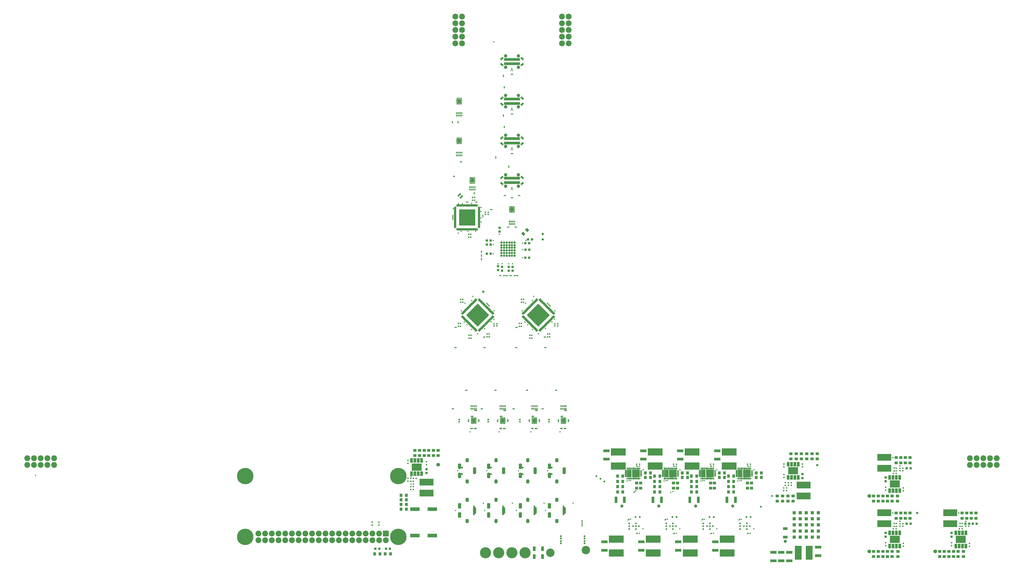
<source format=gbr>
%TF.GenerationSoftware,Altium Limited,Altium Designer,22.5.1 (42)*%
G04 Layer_Color=8388736*
%FSLAX26Y26*%
%MOIN*%
%TF.SameCoordinates,79F18A81-A5BF-4171-AD75-6FA3A7A6B408*%
%TF.FilePolarity,Negative*%
%TF.FileFunction,Soldermask,Top*%
%TF.Part,Single*%
G01*
G75*
%TA.AperFunction,SMDPad,CuDef*%
%ADD13R,0.035433X0.033465*%
%ADD14R,0.023622X0.023622*%
%ADD15R,0.049213X0.039370*%
%ADD16R,0.023622X0.023622*%
%ADD19R,0.039370X0.070866*%
%ADD20R,0.043307X0.094488*%
%ADD21R,0.039370X0.049213*%
%ADD22R,0.220472X0.106299*%
%ADD23R,0.094488X0.043307*%
%ADD29P,0.033407X4X360.0*%
%ADD35R,0.033465X0.035433*%
G04:AMPARAMS|DCode=36|XSize=39.37mil|YSize=49.213mil|CornerRadius=0mil|HoleSize=0mil|Usage=FLASHONLY|Rotation=45.000|XOffset=0mil|YOffset=0mil|HoleType=Round|Shape=Rectangle|*
%AMROTATEDRECTD36*
4,1,4,0.003480,-0.031319,-0.031319,0.003480,-0.003480,0.031319,0.031319,-0.003480,0.003480,-0.031319,0.0*
%
%ADD36ROTATEDRECTD36*%

%ADD39R,0.070866X0.039370*%
%ADD102R,0.015874X0.031622*%
%ADD103R,0.068236X0.115087*%
%ADD104R,0.115087X0.115087*%
%ADD105R,0.031622X0.017843*%
%ADD106R,0.031622X0.015874*%
%ADD107R,0.035165X0.019024*%
%ADD108R,0.019024X0.035165*%
%ADD110R,0.015874X0.026701*%
G04:AMPARAMS|DCode=112|XSize=15.874mil|YSize=19.811mil|CornerRadius=4.984mil|HoleSize=0mil|Usage=FLASHONLY|Rotation=90.000|XOffset=0mil|YOffset=0mil|HoleType=Round|Shape=RoundedRectangle|*
%AMROUNDEDRECTD112*
21,1,0.015874,0.009843,0,0,90.0*
21,1,0.005906,0.019811,0,0,90.0*
1,1,0.009968,0.004921,0.002953*
1,1,0.009968,0.004921,-0.002953*
1,1,0.009968,-0.004921,-0.002953*
1,1,0.009968,-0.004921,0.002953*
%
%ADD112ROUNDEDRECTD112*%
G04:AMPARAMS|DCode=113|XSize=15.874mil|YSize=19.811mil|CornerRadius=4.984mil|HoleSize=0mil|Usage=FLASHONLY|Rotation=0.000|XOffset=0mil|YOffset=0mil|HoleType=Round|Shape=RoundedRectangle|*
%AMROUNDEDRECTD113*
21,1,0.015874,0.009843,0,0,0.0*
21,1,0.005906,0.019811,0,0,0.0*
1,1,0.009968,0.002953,-0.004921*
1,1,0.009968,-0.002953,-0.004921*
1,1,0.009968,-0.002953,0.004921*
1,1,0.009968,0.002953,0.004921*
%
%ADD113ROUNDEDRECTD113*%
G04:AMPARAMS|DCode=114|XSize=47.37mil|YSize=63.118mil|CornerRadius=4.984mil|HoleSize=0mil|Usage=FLASHONLY|Rotation=180.000|XOffset=0mil|YOffset=0mil|HoleType=Round|Shape=RoundedRectangle|*
%AMROUNDEDRECTD114*
21,1,0.047370,0.053150,0,0,180.0*
21,1,0.037402,0.063118,0,0,180.0*
1,1,0.009968,-0.018701,0.026575*
1,1,0.009968,0.018701,0.026575*
1,1,0.009968,0.018701,-0.026575*
1,1,0.009968,-0.018701,-0.026575*
%
%ADD114ROUNDEDRECTD114*%
%TA.AperFunction,Conductor*%
%ADD116R,0.031622X0.018827*%
%ADD117R,0.018827X0.053276*%
%TA.AperFunction,ComponentPad*%
%ADD118C,0.086740*%
%ADD119R,0.086740X0.086740*%
%ADD120C,0.244220*%
%ADD121C,0.051307*%
G04:AMPARAMS|DCode=122|XSize=59.181mil|YSize=47.37mil|CornerRadius=13.842mil|HoleSize=0mil|Usage=FLASHONLY|Rotation=90.000|XOffset=0mil|YOffset=0mil|HoleType=Round|Shape=RoundedRectangle|*
%AMROUNDEDRECTD122*
21,1,0.059181,0.019685,0,0,90.0*
21,1,0.031496,0.047370,0,0,90.0*
1,1,0.027685,0.009843,0.015748*
1,1,0.027685,0.009843,-0.015748*
1,1,0.027685,-0.009843,-0.015748*
1,1,0.027685,-0.009843,0.015748*
%
%ADD122ROUNDEDRECTD122*%
G04:AMPARAMS|DCode=123|XSize=98.551mil|YSize=47.37mil|CornerRadius=13.842mil|HoleSize=0mil|Usage=FLASHONLY|Rotation=90.000|XOffset=0mil|YOffset=0mil|HoleType=Round|Shape=RoundedRectangle|*
%AMROUNDEDRECTD123*
21,1,0.098551,0.019685,0,0,90.0*
21,1,0.070866,0.047370,0,0,90.0*
1,1,0.027685,0.009843,0.035433*
1,1,0.027685,0.009843,-0.035433*
1,1,0.027685,-0.009843,-0.035433*
1,1,0.027685,-0.009843,0.035433*
%
%ADD123ROUNDEDRECTD123*%
G04:AMPARAMS|DCode=124|XSize=82.803mil|YSize=47.37mil|CornerRadius=13.842mil|HoleSize=0mil|Usage=FLASHONLY|Rotation=270.000|XOffset=0mil|YOffset=0mil|HoleType=Round|Shape=RoundedRectangle|*
%AMROUNDEDRECTD124*
21,1,0.082803,0.019685,0,0,270.0*
21,1,0.055118,0.047370,0,0,270.0*
1,1,0.027685,-0.009843,-0.027559*
1,1,0.027685,-0.009843,0.027559*
1,1,0.027685,0.009843,0.027559*
1,1,0.027685,0.009843,-0.027559*
%
%ADD124ROUNDEDRECTD124*%
%TA.AperFunction,ViaPad*%
%ADD125C,0.019811*%
%ADD126C,0.126110*%
%ADD127C,0.035559*%
%ADD128C,0.027685*%
%ADD129C,0.047370*%
%ADD130C,0.165480*%
%ADD131C,0.025716*%
%ADD132C,0.021779*%
%TA.AperFunction,SMDPad,CuDef*%
%ADD140R,0.208787X0.100520*%
%ADD141R,0.039496X0.067055*%
%ADD142R,0.145795X0.110362*%
%ADD143R,0.015748X0.015748*%
%ADD144R,0.141858X0.055244*%
%ADD145R,0.100520X0.208787*%
%TA.AperFunction,BGAPad,CuDef*%
%ADD146R,0.049732X0.049732*%
%TA.AperFunction,SMDPad,CuDef*%
G04:AMPARAMS|DCode=147|XSize=27.685mil|YSize=48.551mil|CornerRadius=0mil|HoleSize=0mil|Usage=FLASHONLY|Rotation=230.000|XOffset=0mil|YOffset=0mil|HoleType=Round|Shape=Rectangle|*
%AMROTATEDRECTD147*
4,1,4,-0.009698,0.026208,0.027494,-0.005000,0.009698,-0.026208,-0.027494,0.005000,-0.009698,0.026208,0.0*
%
%ADD147ROTATEDRECTD147*%

G04:AMPARAMS|DCode=148|XSize=27.685mil|YSize=48.551mil|CornerRadius=0mil|HoleSize=0mil|Usage=FLASHONLY|Rotation=130.000|XOffset=0mil|YOffset=0mil|HoleType=Round|Shape=Rectangle|*
%AMROTATEDRECTD148*
4,1,4,0.027494,0.005000,-0.009698,-0.026208,-0.027494,-0.005000,0.009698,0.026208,0.027494,0.005000,0.0*
%
%ADD148ROTATEDRECTD148*%

%ADD149R,0.019811X0.041465*%
%ADD150R,0.244220X0.244220*%
%ADD151P,0.345380X4X90.0*%
G04:AMPARAMS|DCode=152|XSize=19.024mil|YSize=35.165mil|CornerRadius=0mil|HoleSize=0mil|Usage=FLASHONLY|Rotation=135.000|XOffset=0mil|YOffset=0mil|HoleType=Round|Shape=Rectangle|*
%AMROTATEDRECTD152*
4,1,4,0.019159,0.005707,-0.005707,-0.019159,-0.019159,-0.005707,0.005707,0.019159,0.019159,0.005707,0.0*
%
%ADD152ROTATEDRECTD152*%

G04:AMPARAMS|DCode=153|XSize=19.024mil|YSize=35.165mil|CornerRadius=0mil|HoleSize=0mil|Usage=FLASHONLY|Rotation=225.000|XOffset=0mil|YOffset=0mil|HoleType=Round|Shape=Rectangle|*
%AMROTATEDRECTD153*
4,1,4,-0.005707,0.019159,0.019159,-0.005707,0.005707,-0.019159,-0.019159,0.005707,-0.005707,0.019159,0.0*
%
%ADD153ROTATEDRECTD153*%

%TA.AperFunction,ViaPad*%
%ADD154C,0.055244*%
D13*
X12401575Y4713583D02*
D03*
Y4656496D02*
D03*
X7923228Y7748032D02*
D03*
Y7805118D02*
D03*
X8021654D02*
D03*
Y7748032D02*
D03*
X8080709Y7805118D02*
D03*
Y7748032D02*
D03*
X7884842Y8331693D02*
D03*
Y8388780D02*
D03*
X7864173Y7815945D02*
D03*
Y7758858D02*
D03*
X14625984Y3780512D02*
D03*
Y3837598D02*
D03*
X13641732Y3780512D02*
D03*
Y3837598D02*
D03*
X13641732Y4607283D02*
D03*
Y4664370D02*
D03*
X6795837Y4788386D02*
D03*
Y4731299D02*
D03*
D14*
X12401575Y4820866D02*
D03*
Y4864173D02*
D03*
X12125984Y4706693D02*
D03*
Y4663386D02*
D03*
Y4864173D02*
D03*
Y4820866D02*
D03*
X12145669Y4588583D02*
D03*
Y4545276D02*
D03*
X8241969Y7320197D02*
D03*
Y7276890D02*
D03*
X8211969Y7320197D02*
D03*
Y7276890D02*
D03*
X8604331Y6760827D02*
D03*
Y6804134D02*
D03*
X8180118Y6918307D02*
D03*
Y6961614D02*
D03*
X8634331Y6760827D02*
D03*
Y6804134D02*
D03*
X8210118Y6918307D02*
D03*
Y6961614D02*
D03*
X8335630Y6742126D02*
D03*
Y6785433D02*
D03*
X8365630Y6742126D02*
D03*
Y6785433D02*
D03*
X7336461Y7320212D02*
D03*
Y7276905D02*
D03*
X7306461Y7320212D02*
D03*
Y7276905D02*
D03*
X7698819Y6760827D02*
D03*
Y6804134D02*
D03*
X7274606Y6918307D02*
D03*
Y6961614D02*
D03*
X7728819Y6760827D02*
D03*
Y6804134D02*
D03*
X7304606Y6918307D02*
D03*
Y6961614D02*
D03*
X7430118Y6742126D02*
D03*
Y6785433D02*
D03*
X7460118Y6742126D02*
D03*
Y6785433D02*
D03*
X7514252Y8841535D02*
D03*
Y8798228D02*
D03*
X7484252Y8841535D02*
D03*
Y8798228D02*
D03*
X7426181Y8249016D02*
D03*
Y8292323D02*
D03*
X7456181Y8249016D02*
D03*
Y8292323D02*
D03*
X14625984Y3692913D02*
D03*
Y3649606D02*
D03*
X14783465Y3935039D02*
D03*
Y3978346D02*
D03*
X14891732Y3639764D02*
D03*
Y3683071D02*
D03*
X14753937Y3978346D02*
D03*
Y3935039D02*
D03*
X13641732Y3692913D02*
D03*
Y3649606D02*
D03*
X13799213Y3935039D02*
D03*
Y3978346D02*
D03*
X13907480Y3639764D02*
D03*
Y3683071D02*
D03*
X13769685Y3978346D02*
D03*
Y3935039D02*
D03*
X13641732Y4519685D02*
D03*
Y4476378D02*
D03*
X13799213Y4761811D02*
D03*
Y4805118D02*
D03*
X13907480Y4466535D02*
D03*
Y4509842D02*
D03*
X13769685Y4805118D02*
D03*
Y4761811D02*
D03*
X6795837Y4856299D02*
D03*
Y4899606D02*
D03*
X6599971Y4529527D02*
D03*
Y4486220D02*
D03*
Y4608268D02*
D03*
Y4564961D02*
D03*
X6518278Y4917323D02*
D03*
Y4874016D02*
D03*
X6564538Y4486220D02*
D03*
Y4529527D02*
D03*
X6087598Y3954724D02*
D03*
Y3998032D02*
D03*
X5988000Y3954724D02*
D03*
Y3998032D02*
D03*
D15*
X12027559Y4389764D02*
D03*
Y4311024D02*
D03*
X12106299Y4389764D02*
D03*
Y4311024D02*
D03*
X12185039Y4389764D02*
D03*
Y4311024D02*
D03*
X12263780Y4389764D02*
D03*
Y4311024D02*
D03*
X12230315Y4940945D02*
D03*
Y5019685D02*
D03*
X12309055Y4940945D02*
D03*
Y5019685D02*
D03*
X12387795Y4940945D02*
D03*
Y5019685D02*
D03*
X12466535Y4940945D02*
D03*
Y5019685D02*
D03*
X12545276Y4940945D02*
D03*
Y5019685D02*
D03*
X12624016Y4940945D02*
D03*
Y5019685D02*
D03*
X10480315Y4582677D02*
D03*
Y4503937D02*
D03*
X10539370Y4582677D02*
D03*
Y4503937D02*
D03*
X11031496Y4582677D02*
D03*
Y4503937D02*
D03*
X11090551Y4582677D02*
D03*
Y4503937D02*
D03*
X9929134Y4582677D02*
D03*
Y4503937D02*
D03*
X9988189Y4582677D02*
D03*
Y4503937D02*
D03*
X11582677Y4582677D02*
D03*
Y4503937D02*
D03*
X11641732Y4582677D02*
D03*
Y4503937D02*
D03*
X14852362Y4133858D02*
D03*
Y4055118D02*
D03*
X14921260Y4133858D02*
D03*
Y4055118D02*
D03*
X14990157Y4133858D02*
D03*
Y4055118D02*
D03*
X14783465Y4133858D02*
D03*
Y4055118D02*
D03*
X14724409Y3562992D02*
D03*
Y3484252D02*
D03*
X14803150Y3562992D02*
D03*
Y3484252D02*
D03*
X14655512Y3562992D02*
D03*
Y3484252D02*
D03*
X14586614Y3562992D02*
D03*
Y3484252D02*
D03*
X14517717Y3562992D02*
D03*
Y3484252D02*
D03*
X14448819Y3562992D02*
D03*
Y3484252D02*
D03*
X14005906Y4133858D02*
D03*
Y4055118D02*
D03*
X13937008Y4133858D02*
D03*
Y4055118D02*
D03*
X13868110Y4133858D02*
D03*
Y4055118D02*
D03*
X13799213Y4133858D02*
D03*
Y4055118D02*
D03*
X13740157Y3562992D02*
D03*
Y3484252D02*
D03*
X13825040Y3562992D02*
D03*
Y3484252D02*
D03*
X13671260Y3562992D02*
D03*
Y3484252D02*
D03*
X13602362Y3562992D02*
D03*
Y3484252D02*
D03*
X13533465Y3562992D02*
D03*
Y3484252D02*
D03*
X13464567Y3562992D02*
D03*
Y3484252D02*
D03*
X14005906Y4960630D02*
D03*
Y4881890D02*
D03*
X13937008Y4960630D02*
D03*
Y4881890D02*
D03*
X13868110Y4960630D02*
D03*
Y4881890D02*
D03*
X13799213Y4960630D02*
D03*
Y4881890D02*
D03*
X13740158Y4389764D02*
D03*
Y4311024D02*
D03*
X13818898Y4389764D02*
D03*
Y4311024D02*
D03*
X13671260Y4389764D02*
D03*
Y4311024D02*
D03*
X13602362Y4389764D02*
D03*
Y4311024D02*
D03*
X13533465Y4389764D02*
D03*
Y4311024D02*
D03*
X13464567Y4389764D02*
D03*
Y4311024D02*
D03*
X6761811Y4990158D02*
D03*
Y5068898D02*
D03*
X6830709Y4990158D02*
D03*
Y5068898D02*
D03*
X6899606Y4990158D02*
D03*
Y5068898D02*
D03*
X6624016Y4990158D02*
D03*
Y5068898D02*
D03*
X6692913Y4990158D02*
D03*
Y5068898D02*
D03*
X6968504Y4990158D02*
D03*
Y5068898D02*
D03*
D16*
X12124016Y4507874D02*
D03*
X12167323D02*
D03*
Y4468504D02*
D03*
X12124016D02*
D03*
X12192913Y4586614D02*
D03*
X12236220D02*
D03*
Y4547244D02*
D03*
X12192913D02*
D03*
X10523622Y4862205D02*
D03*
X10480315D02*
D03*
X11074803D02*
D03*
X11031496D02*
D03*
X9972441D02*
D03*
X9929134D02*
D03*
X11625984D02*
D03*
X11582677D02*
D03*
X8751535Y6924016D02*
D03*
X8708228D02*
D03*
X8751535Y6954016D02*
D03*
X8708228D02*
D03*
X7846036Y6924025D02*
D03*
X7802729D02*
D03*
X7846036Y6954025D02*
D03*
X7802729D02*
D03*
X7715551Y8587598D02*
D03*
X7672244D02*
D03*
X7715551Y8617598D02*
D03*
X7672244D02*
D03*
X14840551Y3937008D02*
D03*
X14883858D02*
D03*
X14785433Y3897638D02*
D03*
X14742126D02*
D03*
X13899606Y3976378D02*
D03*
X13856299D02*
D03*
Y3937008D02*
D03*
X13899606D02*
D03*
X13801181Y3897638D02*
D03*
X13757874D02*
D03*
X13899606Y4803150D02*
D03*
X13856299D02*
D03*
Y4763779D02*
D03*
X13899606D02*
D03*
X13801181Y4724409D02*
D03*
X13757874D02*
D03*
X6600955Y4651575D02*
D03*
X6644262D02*
D03*
X6518278D02*
D03*
X6561585D02*
D03*
X6518278Y4608268D02*
D03*
X6561585D02*
D03*
D19*
X8527559Y3484252D02*
D03*
X8401575D02*
D03*
X8527559Y3602362D02*
D03*
X8401575D02*
D03*
D20*
X11401575Y4330709D02*
D03*
X11275591D02*
D03*
X10173228D02*
D03*
X10299213D02*
D03*
X10724409D02*
D03*
X10850394D02*
D03*
X9622047D02*
D03*
X9748031D02*
D03*
D21*
X11299213Y4606299D02*
D03*
X11377953D02*
D03*
X11299213Y4527559D02*
D03*
X11377953D02*
D03*
X11299213Y4448819D02*
D03*
X11377953D02*
D03*
X11299213Y4685039D02*
D03*
X11377953D02*
D03*
X10275591D02*
D03*
X10196850D02*
D03*
X10275591Y4606299D02*
D03*
X10196850D02*
D03*
X10275591Y4527559D02*
D03*
X10196850D02*
D03*
X10275591Y4448819D02*
D03*
X10196850D02*
D03*
X10610236Y4732283D02*
D03*
X10688976D02*
D03*
X10610236Y4665354D02*
D03*
X10688976D02*
D03*
X10826772Y4685039D02*
D03*
X10748031D02*
D03*
X10826772Y4606299D02*
D03*
X10748031D02*
D03*
X10826772Y4527559D02*
D03*
X10748031D02*
D03*
X10826772Y4448819D02*
D03*
X10748031D02*
D03*
X11161417Y4732283D02*
D03*
X11240157D02*
D03*
X11161417Y4665354D02*
D03*
X11240157D02*
D03*
X9724409Y4685039D02*
D03*
X9645669D02*
D03*
X9724409Y4606299D02*
D03*
X9645669D02*
D03*
X9724409Y4527559D02*
D03*
X9645669D02*
D03*
X9724409Y4448819D02*
D03*
X9645669D02*
D03*
X10059055Y4732283D02*
D03*
X10137795D02*
D03*
X10059055Y4665354D02*
D03*
X10137795D02*
D03*
X11712598Y4732283D02*
D03*
X11791339D02*
D03*
X11712598Y4665354D02*
D03*
X11791339D02*
D03*
X6496063Y4399606D02*
D03*
X6417323D02*
D03*
X6496063Y4330709D02*
D03*
X6417323D02*
D03*
X6496063Y4261811D02*
D03*
X6417323D02*
D03*
X6496063Y4192913D02*
D03*
X6417323D02*
D03*
X6102362Y3523622D02*
D03*
X6023622D02*
D03*
X6181102D02*
D03*
X6259842D02*
D03*
D22*
X9625983Y3746063D02*
D03*
Y3537402D02*
D03*
X10177165Y3746063D02*
D03*
Y3537402D02*
D03*
X10728346Y3746063D02*
D03*
Y3537402D02*
D03*
X11279527Y3746063D02*
D03*
Y3537402D02*
D03*
X10206693Y4836614D02*
D03*
Y5045276D02*
D03*
X10757874Y4836614D02*
D03*
Y5045276D02*
D03*
X9655512Y4836614D02*
D03*
Y5045276D02*
D03*
X11309055Y4836614D02*
D03*
Y5045276D02*
D03*
D23*
X9448819Y3578740D02*
D03*
Y3704724D02*
D03*
X10000000Y3578740D02*
D03*
Y3704724D02*
D03*
X10551181Y3578740D02*
D03*
Y3704724D02*
D03*
X11102362Y3578740D02*
D03*
Y3704724D02*
D03*
X10029528Y5062992D02*
D03*
Y4937008D02*
D03*
X10580709Y5062992D02*
D03*
Y4937008D02*
D03*
X9478346Y5062992D02*
D03*
Y4937008D02*
D03*
X11131890Y5062992D02*
D03*
Y4937008D02*
D03*
X12637795Y3500000D02*
D03*
Y3625984D02*
D03*
X12204724Y3421260D02*
D03*
Y3547244D02*
D03*
X12086614Y3421260D02*
D03*
Y3547244D02*
D03*
X11968504Y3421260D02*
D03*
Y3547244D02*
D03*
D29*
X7277311Y8867371D02*
D03*
X7307933Y8836748D02*
D03*
X7297311Y8887371D02*
D03*
X7327933Y8856748D02*
D03*
D35*
X8271654Y8060039D02*
D03*
X8328740D02*
D03*
X8311024Y8214567D02*
D03*
X8368110D02*
D03*
X7753937Y8198819D02*
D03*
X7696850D02*
D03*
X7753937Y8139764D02*
D03*
X7696850D02*
D03*
X7753937Y8001968D02*
D03*
X7696850D02*
D03*
X8270669Y7941929D02*
D03*
X8327756D02*
D03*
X8270669Y8159449D02*
D03*
X8327756D02*
D03*
X14890748Y3976378D02*
D03*
X14833661D02*
D03*
X14999016D02*
D03*
X14941929D02*
D03*
X14014764D02*
D03*
X13957677D02*
D03*
X14014764Y4803150D02*
D03*
X13957677D02*
D03*
X6091535Y3600392D02*
D03*
X6034449D02*
D03*
X6191929Y3602362D02*
D03*
X6249016D02*
D03*
D36*
X8239878Y8298933D02*
D03*
X8295555Y8354611D02*
D03*
D39*
X12145669Y3775591D02*
D03*
Y3901575D02*
D03*
D102*
X9897638Y4799212D02*
D03*
X9976378Y4649606D02*
D03*
X9960630D02*
D03*
X9929134D02*
D03*
X9913386D02*
D03*
X9897638D02*
D03*
X9881890D02*
D03*
X9866142D02*
D03*
X9850394D02*
D03*
X9834646D02*
D03*
X9818898D02*
D03*
X9803149D02*
D03*
X9787401D02*
D03*
Y4799212D02*
D03*
X9803149D02*
D03*
X9818898D02*
D03*
X9834646D02*
D03*
X9850394D02*
D03*
X9866142D02*
D03*
X9881890D02*
D03*
X9913386D02*
D03*
X9929134D02*
D03*
X9944882D02*
D03*
X9960630D02*
D03*
X9976378D02*
D03*
X9944882Y4649606D02*
D03*
X10448819Y4799212D02*
D03*
X10527559Y4649606D02*
D03*
X10511811D02*
D03*
X10480315D02*
D03*
X10464567D02*
D03*
X10448819D02*
D03*
X10433071D02*
D03*
X10417323D02*
D03*
X10401575D02*
D03*
X10385827D02*
D03*
X10370079D02*
D03*
X10354331D02*
D03*
X10338583D02*
D03*
Y4799212D02*
D03*
X10354331D02*
D03*
X10370079D02*
D03*
X10385827D02*
D03*
X10401575D02*
D03*
X10417323D02*
D03*
X10433071D02*
D03*
X10464567D02*
D03*
X10480315D02*
D03*
X10496063D02*
D03*
X10511811D02*
D03*
X10527559D02*
D03*
X10496063Y4649606D02*
D03*
X11000000Y4799212D02*
D03*
X11078740Y4649606D02*
D03*
X11062992D02*
D03*
X11031496D02*
D03*
X11015748D02*
D03*
X11000000D02*
D03*
X10984252D02*
D03*
X10968504D02*
D03*
X10952756D02*
D03*
X10937008D02*
D03*
X10921260D02*
D03*
X10905512D02*
D03*
X10889764D02*
D03*
Y4799212D02*
D03*
X10905512D02*
D03*
X10921260D02*
D03*
X10937008D02*
D03*
X10952756D02*
D03*
X10968504D02*
D03*
X10984252D02*
D03*
X11015748D02*
D03*
X11031496D02*
D03*
X11047244D02*
D03*
X11062992D02*
D03*
X11078740D02*
D03*
X11047244Y4649606D02*
D03*
X11551181Y4799212D02*
D03*
X11629921Y4649606D02*
D03*
X11614173D02*
D03*
X11582677D02*
D03*
X11566929D02*
D03*
X11551181D02*
D03*
X11535433D02*
D03*
X11519685D02*
D03*
X11503937D02*
D03*
X11488189D02*
D03*
X11472441D02*
D03*
X11456693D02*
D03*
X11440945D02*
D03*
Y4799212D02*
D03*
X11456693D02*
D03*
X11472441D02*
D03*
X11488189D02*
D03*
X11503937D02*
D03*
X11519685D02*
D03*
X11535433D02*
D03*
X11566929D02*
D03*
X11582677D02*
D03*
X11598425D02*
D03*
X11614173D02*
D03*
X11629921D02*
D03*
X11598425Y4649606D02*
D03*
D103*
X9820472Y4724409D02*
D03*
X10371654D02*
D03*
X10922835D02*
D03*
X11474016D02*
D03*
D104*
X9919882D02*
D03*
X10471063D02*
D03*
X11022244D02*
D03*
X11573425D02*
D03*
D105*
X9767717Y4680118D02*
D03*
Y4768701D02*
D03*
X10318898Y4680118D02*
D03*
Y4768701D02*
D03*
X10870079Y4680118D02*
D03*
Y4768701D02*
D03*
X11421260Y4680118D02*
D03*
Y4768701D02*
D03*
D106*
X9767717Y4698819D02*
D03*
Y4716535D02*
D03*
Y4732283D02*
D03*
Y4750000D02*
D03*
X9996063Y4763779D02*
D03*
Y4748031D02*
D03*
Y4732283D02*
D03*
Y4716535D02*
D03*
Y4700787D02*
D03*
Y4685039D02*
D03*
X10318898Y4698819D02*
D03*
Y4716535D02*
D03*
Y4732283D02*
D03*
Y4750000D02*
D03*
X10547244Y4763779D02*
D03*
Y4748031D02*
D03*
Y4732283D02*
D03*
Y4716535D02*
D03*
Y4700787D02*
D03*
Y4685039D02*
D03*
X10870079Y4698819D02*
D03*
Y4716535D02*
D03*
Y4732283D02*
D03*
Y4750000D02*
D03*
X11098425Y4763779D02*
D03*
Y4748031D02*
D03*
Y4732283D02*
D03*
Y4716535D02*
D03*
Y4700787D02*
D03*
Y4685039D02*
D03*
X11421260Y4698819D02*
D03*
Y4716535D02*
D03*
Y4732283D02*
D03*
Y4750000D02*
D03*
X11649606Y4763779D02*
D03*
Y4748031D02*
D03*
Y4732283D02*
D03*
Y4716535D02*
D03*
Y4700787D02*
D03*
Y4685039D02*
D03*
D107*
X7579724Y8533465D02*
D03*
Y8513780D02*
D03*
Y8494094D02*
D03*
Y8474409D02*
D03*
Y8454724D02*
D03*
Y8435039D02*
D03*
Y8415354D02*
D03*
Y8395669D02*
D03*
Y8553150D02*
D03*
Y8572835D02*
D03*
Y8592520D02*
D03*
Y8612205D02*
D03*
Y8631890D02*
D03*
Y8651575D02*
D03*
Y8671260D02*
D03*
Y8690945D02*
D03*
X7223425Y8553150D02*
D03*
Y8572835D02*
D03*
Y8592520D02*
D03*
Y8612205D02*
D03*
Y8631890D02*
D03*
Y8651575D02*
D03*
Y8671260D02*
D03*
Y8690945D02*
D03*
Y8533465D02*
D03*
Y8513780D02*
D03*
Y8494094D02*
D03*
Y8474409D02*
D03*
Y8454724D02*
D03*
Y8435039D02*
D03*
Y8415354D02*
D03*
Y8395669D02*
D03*
D108*
X7411417Y8721457D02*
D03*
X7431102D02*
D03*
X7450787D02*
D03*
X7470472D02*
D03*
X7490158D02*
D03*
X7509842D02*
D03*
X7529528D02*
D03*
X7549213D02*
D03*
X7391732D02*
D03*
X7372047D02*
D03*
X7352362D02*
D03*
X7332677D02*
D03*
X7312992D02*
D03*
X7293307D02*
D03*
X7273622D02*
D03*
X7253937D02*
D03*
X7391732Y8365157D02*
D03*
X7372047D02*
D03*
X7352362D02*
D03*
X7332677D02*
D03*
X7312992D02*
D03*
X7293307D02*
D03*
X7273622D02*
D03*
X7253937D02*
D03*
X7411417D02*
D03*
X7431102D02*
D03*
X7450787D02*
D03*
X7470472D02*
D03*
X7490158D02*
D03*
X7509842D02*
D03*
X7529528D02*
D03*
X7549213D02*
D03*
D110*
X7322835Y10097441D02*
D03*
X7303150D02*
D03*
X7283465D02*
D03*
X7263780D02*
D03*
X7244095D02*
D03*
Y10060039D02*
D03*
X7263779D02*
D03*
X7283465D02*
D03*
X7303150D02*
D03*
X7322835D02*
D03*
Y9506890D02*
D03*
X7303150D02*
D03*
X7283465D02*
D03*
X7263780D02*
D03*
X7244095D02*
D03*
Y9469488D02*
D03*
X7263779D02*
D03*
X7283465D02*
D03*
X7303150D02*
D03*
X7322835D02*
D03*
X7519685Y8995079D02*
D03*
X7500000D02*
D03*
X7480315D02*
D03*
X7460630D02*
D03*
X7440945D02*
D03*
Y8957677D02*
D03*
X7460630D02*
D03*
X7480315D02*
D03*
X7500000D02*
D03*
X7519685D02*
D03*
X8110236Y8483268D02*
D03*
X8090551D02*
D03*
X8070866D02*
D03*
X8051181D02*
D03*
X8031496D02*
D03*
Y8445866D02*
D03*
X8051181D02*
D03*
X8070866D02*
D03*
X8090551D02*
D03*
X8110236D02*
D03*
X8799213Y5689961D02*
D03*
X8818898D02*
D03*
X8838583D02*
D03*
X8858268D02*
D03*
X8877953D02*
D03*
Y5727362D02*
D03*
X8858268D02*
D03*
X8838583D02*
D03*
X8818898D02*
D03*
X8799213D02*
D03*
X7893701Y5689961D02*
D03*
X7913386D02*
D03*
X7933071D02*
D03*
X7952756D02*
D03*
X7972441D02*
D03*
Y5727362D02*
D03*
X7952756D02*
D03*
X7933071D02*
D03*
X7913386D02*
D03*
X7893701D02*
D03*
X8366142Y5689961D02*
D03*
X8385827D02*
D03*
X8405512D02*
D03*
X8425197D02*
D03*
X8444882D02*
D03*
Y5727362D02*
D03*
X8425197D02*
D03*
X8405512D02*
D03*
X8385827D02*
D03*
X8366142D02*
D03*
X7460630Y5689961D02*
D03*
X7480315D02*
D03*
X7500000D02*
D03*
X7519685D02*
D03*
X7539370D02*
D03*
Y5727362D02*
D03*
X7519685D02*
D03*
X7500000D02*
D03*
X7480315D02*
D03*
X7460630D02*
D03*
D112*
X8037401Y8637795D02*
D03*
Y8653543D02*
D03*
Y8669291D02*
D03*
Y8685039D02*
D03*
X8104331D02*
D03*
Y8669291D02*
D03*
Y8653543D02*
D03*
Y8637795D02*
D03*
X7250000Y10251969D02*
D03*
Y10267717D02*
D03*
Y10283465D02*
D03*
Y10299213D02*
D03*
X7316929D02*
D03*
Y10283465D02*
D03*
Y10267717D02*
D03*
Y10251969D02*
D03*
X7250000Y9661417D02*
D03*
Y9677165D02*
D03*
Y9692913D02*
D03*
Y9708661D02*
D03*
X7316929D02*
D03*
Y9692913D02*
D03*
Y9677165D02*
D03*
Y9661417D02*
D03*
X7446850Y9070866D02*
D03*
Y9086614D02*
D03*
Y9102362D02*
D03*
Y9118110D02*
D03*
X7513780D02*
D03*
Y9102362D02*
D03*
Y9086614D02*
D03*
Y9070866D02*
D03*
X8805118Y5535433D02*
D03*
Y5519685D02*
D03*
Y5503937D02*
D03*
Y5488189D02*
D03*
X8872047D02*
D03*
Y5503937D02*
D03*
Y5519685D02*
D03*
Y5535433D02*
D03*
X8372047D02*
D03*
Y5519685D02*
D03*
Y5503937D02*
D03*
Y5488189D02*
D03*
X8438976D02*
D03*
Y5503937D02*
D03*
Y5519685D02*
D03*
Y5535433D02*
D03*
X7899606D02*
D03*
Y5519685D02*
D03*
Y5503937D02*
D03*
Y5488189D02*
D03*
X7966535D02*
D03*
Y5503937D02*
D03*
Y5519685D02*
D03*
Y5535433D02*
D03*
X7533465D02*
D03*
Y5519685D02*
D03*
Y5503937D02*
D03*
Y5488189D02*
D03*
X7466535D02*
D03*
Y5503937D02*
D03*
Y5519685D02*
D03*
Y5535433D02*
D03*
D113*
X8102362Y8620079D02*
D03*
X8086614D02*
D03*
X8070866D02*
D03*
X8055118D02*
D03*
X8039370D02*
D03*
Y8702756D02*
D03*
X8055118D02*
D03*
X8070866D02*
D03*
X8086614D02*
D03*
X8102362D02*
D03*
X7314961Y10234252D02*
D03*
X7299213D02*
D03*
X7283465D02*
D03*
X7267717D02*
D03*
X7251968D02*
D03*
Y10316929D02*
D03*
X7267717D02*
D03*
X7283465D02*
D03*
X7299213D02*
D03*
X7314961D02*
D03*
Y9643701D02*
D03*
X7299213D02*
D03*
X7283465D02*
D03*
X7267717D02*
D03*
X7251968D02*
D03*
Y9726378D02*
D03*
X7267717D02*
D03*
X7283465D02*
D03*
X7299213D02*
D03*
X7314961D02*
D03*
X7511811Y9053150D02*
D03*
X7496063D02*
D03*
X7480315D02*
D03*
X7464567D02*
D03*
X7448819D02*
D03*
Y9135827D02*
D03*
X7464567D02*
D03*
X7480315D02*
D03*
X7496063D02*
D03*
X7511811D02*
D03*
X8807087Y5470472D02*
D03*
X8822835D02*
D03*
X8838583D02*
D03*
X8854331D02*
D03*
X8870079D02*
D03*
Y5553150D02*
D03*
X8854331D02*
D03*
X8838583D02*
D03*
X8822835D02*
D03*
X8807087D02*
D03*
X8374016Y5470472D02*
D03*
X8389764D02*
D03*
X8405512D02*
D03*
X8421260D02*
D03*
X8437008D02*
D03*
Y5553150D02*
D03*
X8421260D02*
D03*
X8405512D02*
D03*
X8389764D02*
D03*
X8374016D02*
D03*
X7901575Y5470472D02*
D03*
X7917323D02*
D03*
X7933071D02*
D03*
X7948819D02*
D03*
X7964567D02*
D03*
Y5553150D02*
D03*
X7948819D02*
D03*
X7933071D02*
D03*
X7917323D02*
D03*
X7901575D02*
D03*
X7468504D02*
D03*
X7484252D02*
D03*
X7500000D02*
D03*
X7515748D02*
D03*
X7531496D02*
D03*
Y5470472D02*
D03*
X7515748D02*
D03*
X7500000D02*
D03*
X7484252D02*
D03*
X7468504D02*
D03*
D114*
X8070866Y8661417D02*
D03*
X7283465Y10275591D02*
D03*
Y9685039D02*
D03*
X7480315Y9094488D02*
D03*
X8838583Y5511811D02*
D03*
X8405512D02*
D03*
X7933071D02*
D03*
X7500000D02*
D03*
D116*
X9889773Y4656004D02*
D03*
X9921260Y4655995D02*
D03*
X10440952Y4656004D02*
D03*
X10472441Y4655997D02*
D03*
X10992134Y4656004D02*
D03*
X11023622Y4655996D02*
D03*
X11543308Y4656004D02*
D03*
X11574803Y4656003D02*
D03*
D117*
X9774113Y4750984D02*
D03*
Y4697834D02*
D03*
X10325292Y4750984D02*
D03*
Y4697835D02*
D03*
X10876473Y4750984D02*
D03*
Y4697835D02*
D03*
X11427651Y4750984D02*
D03*
Y4697834D02*
D03*
D118*
X5288543Y3830000D02*
D03*
X5188543D02*
D03*
X5088543D02*
D03*
X943307Y4851575D02*
D03*
X1143307D02*
D03*
X1043307D02*
D03*
X843307Y4951575D02*
D03*
X943307D02*
D03*
X1043307D02*
D03*
X1143307D02*
D03*
X1243307D02*
D03*
Y4851575D02*
D03*
X843307D02*
D03*
X7225591Y11538583D02*
D03*
Y11438583D02*
D03*
Y11338583D02*
D03*
Y11238583D02*
D03*
Y11138583D02*
D03*
X7325591D02*
D03*
Y11238583D02*
D03*
Y11338583D02*
D03*
Y11438583D02*
D03*
Y11538583D02*
D03*
X14898425Y4951575D02*
D03*
X14998425D02*
D03*
X15098425D02*
D03*
X15198425D02*
D03*
X15298425D02*
D03*
Y4851575D02*
D03*
X15198425D02*
D03*
X15098425D02*
D03*
X14998425D02*
D03*
X14898425D02*
D03*
X8916142Y11138583D02*
D03*
Y11238583D02*
D03*
Y11338583D02*
D03*
Y11438583D02*
D03*
Y11538583D02*
D03*
X8816142D02*
D03*
Y11438583D02*
D03*
Y11338583D02*
D03*
Y11238583D02*
D03*
Y11138583D02*
D03*
X6188543Y3730000D02*
D03*
X6088543Y3830000D02*
D03*
Y3730000D02*
D03*
X5988543Y3830000D02*
D03*
Y3730000D02*
D03*
X5888543Y3830000D02*
D03*
Y3730000D02*
D03*
X5788543Y3830000D02*
D03*
Y3730000D02*
D03*
X5688543Y3830000D02*
D03*
Y3730000D02*
D03*
X5588543Y3830000D02*
D03*
Y3730000D02*
D03*
X5488543Y3830000D02*
D03*
Y3730000D02*
D03*
X5388543Y3830000D02*
D03*
Y3730000D02*
D03*
X5288543D02*
D03*
X5188543D02*
D03*
X5088543D02*
D03*
X4988543Y3830000D02*
D03*
Y3730000D02*
D03*
X4888543Y3830000D02*
D03*
Y3730000D02*
D03*
X4788543Y3830000D02*
D03*
Y3730000D02*
D03*
X4688543Y3830000D02*
D03*
Y3730000D02*
D03*
X4588543Y3830000D02*
D03*
Y3730000D02*
D03*
X4488543Y3830000D02*
D03*
Y3730000D02*
D03*
X4388543Y3830000D02*
D03*
Y3730000D02*
D03*
X4288543Y3830000D02*
D03*
Y3730000D02*
D03*
D119*
X6188543Y3830000D02*
D03*
D120*
X6377953Y3779528D02*
D03*
X6377953Y4685039D02*
D03*
X4094488D02*
D03*
Y3779528D02*
D03*
D121*
X8165354Y10781496D02*
D03*
X7976378D02*
D03*
Y10950787D02*
D03*
X8165354D02*
D03*
Y10190945D02*
D03*
X7976378D02*
D03*
Y10360236D02*
D03*
X8165354D02*
D03*
Y9600394D02*
D03*
X7976378D02*
D03*
Y9769685D02*
D03*
X8165354D02*
D03*
Y9009843D02*
D03*
X7976378D02*
D03*
Y9179134D02*
D03*
X8165354D02*
D03*
D122*
X7401575Y4605905D02*
D03*
Y4921653D02*
D03*
X8307087Y4015354D02*
D03*
Y4331102D02*
D03*
X8740157Y4605905D02*
D03*
Y4921653D02*
D03*
X8307087Y4605905D02*
D03*
Y4921653D02*
D03*
X8740157Y4015354D02*
D03*
Y4331102D02*
D03*
X7834646Y4015354D02*
D03*
Y4331102D02*
D03*
Y4605905D02*
D03*
Y4921653D02*
D03*
X7401575Y4015354D02*
D03*
Y4331102D02*
D03*
D123*
X7511811Y4763779D02*
D03*
X8417323Y4173228D02*
D03*
X8850394Y4763779D02*
D03*
X8417323D02*
D03*
X8850394Y4173228D02*
D03*
X7944882D02*
D03*
Y4763779D02*
D03*
X7511811Y4173228D02*
D03*
D124*
X7291339Y4694882D02*
D03*
Y4832677D02*
D03*
X8196850Y4104331D02*
D03*
Y4242126D02*
D03*
X8629921Y4694882D02*
D03*
Y4832677D02*
D03*
X8196850Y4694882D02*
D03*
Y4832677D02*
D03*
X8629921Y4104331D02*
D03*
Y4242126D02*
D03*
X7724409Y4104331D02*
D03*
Y4242126D02*
D03*
Y4694882D02*
D03*
Y4832677D02*
D03*
X7291339Y4104331D02*
D03*
Y4242126D02*
D03*
D125*
X7615158Y7928147D02*
D03*
Y7912399D02*
D03*
X9115157Y3942913D02*
D03*
Y4021653D02*
D03*
X11641732Y4503937D02*
D03*
X11582677D02*
D03*
X9115157Y4001968D02*
D03*
Y3982284D02*
D03*
Y3962598D02*
D03*
X11582677Y3827756D02*
D03*
X11031496D02*
D03*
X10480315D02*
D03*
X9929134D02*
D03*
X11582677Y4833661D02*
D03*
X11031496D02*
D03*
X10480315D02*
D03*
X9929134D02*
D03*
X11440945Y4612205D02*
D03*
X10889764D02*
D03*
X10338583D02*
D03*
X9787402D02*
D03*
X9803149Y4030512D02*
D03*
X10354331D02*
D03*
X10905512D02*
D03*
X11456693D02*
D03*
X10436024Y4441929D02*
D03*
X10468504Y4454646D02*
D03*
X9889764Y4442303D02*
D03*
X9904528Y4454646D02*
D03*
X9919291Y4466988D02*
D03*
X11676181Y3897106D02*
D03*
X11125000D02*
D03*
X10573819D02*
D03*
X10022638D02*
D03*
X8785433Y5346457D02*
D03*
X8352362D02*
D03*
X7446851D02*
D03*
X7879921D02*
D03*
X11679134Y4779528D02*
D03*
X11127953D02*
D03*
X10576772D02*
D03*
X10025591D02*
D03*
X7230315Y4173228D02*
D03*
X7643701Y4281496D02*
D03*
X8076772D02*
D03*
X8549213D02*
D03*
X8982283D02*
D03*
X11468504Y4618110D02*
D03*
X11492126D02*
D03*
X10917323D02*
D03*
X10940945D02*
D03*
X10366142D02*
D03*
X10389764D02*
D03*
X9838583D02*
D03*
X9814960D02*
D03*
X9944882Y4830709D02*
D03*
X9972441D02*
D03*
X10496063D02*
D03*
X10523622D02*
D03*
X11598425D02*
D03*
X11625984D02*
D03*
X11074803D02*
D03*
X11047244D02*
D03*
X10389764Y4043307D02*
D03*
X10366142D02*
D03*
X10496063Y3830709D02*
D03*
X10523622D02*
D03*
X9972441D02*
D03*
X9944882D02*
D03*
X11625984D02*
D03*
X11598425D02*
D03*
X11047244D02*
D03*
X11074803D02*
D03*
X9814960Y4043307D02*
D03*
X9838583D02*
D03*
X10917323D02*
D03*
X10940945D02*
D03*
X11492126D02*
D03*
X11468504D02*
D03*
X8078740Y8836614D02*
D03*
X8062992D02*
D03*
X8080709Y9061811D02*
D03*
X8061024D02*
D03*
X8080709Y9127165D02*
D03*
X8061024D02*
D03*
X8023622Y8398622D02*
D03*
D03*
X8007874D02*
D03*
D03*
X8133858D02*
D03*
D03*
X8118110D02*
D03*
D03*
X7635827Y8555118D02*
D03*
Y8570866D02*
D03*
X7510827Y8911417D02*
D03*
Y8895669D02*
D03*
X7266732Y9969488D02*
D03*
Y9953740D02*
D03*
X7184055Y9969488D02*
D03*
Y9953740D02*
D03*
X8186023Y8868110D02*
D03*
X8170275D02*
D03*
X8001968Y9127165D02*
D03*
X7982283D02*
D03*
X8159449D02*
D03*
X8139764D02*
D03*
X7971457Y8868110D02*
D03*
X7955709D02*
D03*
X8022638Y9307087D02*
D03*
Y9291339D02*
D03*
X7829724Y9445374D02*
D03*
Y9429626D02*
D03*
X8139764Y9717717D02*
D03*
X8159449D02*
D03*
X7982283D02*
D03*
X8001968D02*
D03*
X8139764Y10898819D02*
D03*
X8159449D02*
D03*
X7957677Y10473917D02*
D03*
Y10489665D02*
D03*
X7942913Y10644685D02*
D03*
Y10660433D02*
D03*
X7982283Y10898819D02*
D03*
X8001968D02*
D03*
Y10308268D02*
D03*
X7982283D02*
D03*
X7942913Y10069882D02*
D03*
Y10054134D02*
D03*
X7957677Y9899114D02*
D03*
Y9883366D02*
D03*
X8159449Y10308268D02*
D03*
X8139764D02*
D03*
X7317421Y9370079D02*
D03*
X7301673D02*
D03*
X7214075Y9153543D02*
D03*
X7198327D02*
D03*
X8070866Y8976378D02*
D03*
Y9566929D02*
D03*
X8062992Y9496063D02*
D03*
X8078740D02*
D03*
X8070866Y10157480D02*
D03*
X8062992Y10086614D02*
D03*
X8078740D02*
D03*
Y10677165D02*
D03*
X8062992D02*
D03*
X8070866Y10748031D02*
D03*
X7801181Y11160433D02*
D03*
X965551Y4695866D02*
D03*
X8061024Y9717717D02*
D03*
X8080709D02*
D03*
X8061024Y9652362D02*
D03*
X8080709D02*
D03*
X8061024Y10308268D02*
D03*
X8080709D02*
D03*
X8061024Y10242913D02*
D03*
X8080709D02*
D03*
X7531496Y8771654D02*
D03*
X7547244D02*
D03*
X7409449Y8770669D02*
D03*
X7393701D02*
D03*
X8080709Y10833465D02*
D03*
X8061024D02*
D03*
X8080709Y10898819D02*
D03*
X8061024D02*
D03*
X7770177Y8658465D02*
D03*
X7754429D02*
D03*
X7189961Y8513779D02*
D03*
Y8533465D02*
D03*
Y8553149D02*
D03*
Y8572835D02*
D03*
X8640184Y7220053D02*
D03*
X8626264Y7233972D02*
D03*
X8612345Y7247891D02*
D03*
X8598425Y7261811D02*
D03*
X7734672Y7220053D02*
D03*
X7720752Y7233972D02*
D03*
X7706833Y7247891D02*
D03*
X7692913Y7261811D02*
D03*
X7470472Y8750984D02*
D03*
X7268701Y8307087D02*
D03*
X7332677Y8750000D02*
D03*
X7273622D02*
D03*
X7194882Y8671260D02*
D03*
X7312992Y8336614D02*
D03*
X7411417D02*
D03*
X7529528D02*
D03*
X7608268Y8474409D02*
D03*
Y8533465D02*
D03*
Y8631890D02*
D03*
Y8690945D02*
D03*
X8279557Y8201570D02*
D03*
X8231297Y8061026D02*
D03*
X7792320Y8198817D02*
D03*
Y8139761D02*
D03*
Y8001966D02*
D03*
X7923228Y7851378D02*
D03*
X8021654D02*
D03*
X8080709D02*
D03*
X8231297Y7942916D02*
D03*
Y8159451D02*
D03*
X7883853Y8290354D02*
D03*
X7864173Y7851378D02*
D03*
X8569882Y6756890D02*
D03*
X8263920Y6983128D02*
D03*
X8305678Y6941370D02*
D03*
X8375275Y6871773D02*
D03*
X8568053Y6885967D02*
D03*
X8665489Y6983403D02*
D03*
X8707248Y7025161D02*
D03*
X8392717Y7365158D02*
D03*
X8273622Y7262795D02*
D03*
X8708662Y7149606D02*
D03*
X8464567Y6808226D02*
D03*
X8375000Y7301181D02*
D03*
X8221887Y7148068D02*
D03*
X7368110Y7263779D02*
D03*
X7487205Y7365158D02*
D03*
X7801736Y7025161D02*
D03*
X7759977Y6983403D02*
D03*
X7662541Y6885967D02*
D03*
X7469763Y6871773D02*
D03*
X7400166Y6941370D02*
D03*
X7358408Y6983128D02*
D03*
X8221886Y7148067D02*
D03*
X7316374D02*
D03*
X8375000Y7301181D02*
D03*
X7469488D02*
D03*
X8708661Y7149606D02*
D03*
X8464567Y6808226D02*
D03*
X7559055D02*
D03*
X7803150Y7149606D02*
D03*
X6565945Y4677165D02*
D03*
Y4564961D02*
D03*
X7615155Y7964567D02*
D03*
Y7980315D02*
D03*
Y8023622D02*
D03*
Y8039370D02*
D03*
X7885824Y7674213D02*
D03*
X7901572D02*
D03*
X7944880D02*
D03*
X7960627D02*
D03*
X7984250D02*
D03*
X7999998D02*
D03*
X8141730D02*
D03*
X8157478D02*
D03*
X8102360D02*
D03*
X8118108D02*
D03*
X8059053D02*
D03*
X8043305D02*
D03*
X7224410Y6901575D02*
D03*
X7240158D02*
D03*
X7220472Y6603347D02*
D03*
X7236221D02*
D03*
X7669291D02*
D03*
X7653543D02*
D03*
X7648622Y6756890D02*
D03*
X7664370D02*
D03*
X8554134D02*
D03*
X8559055Y6603347D02*
D03*
X8574803D02*
D03*
X8141732D02*
D03*
X8125984D02*
D03*
X8145669Y6901575D02*
D03*
X8129921D02*
D03*
X7181595Y5688976D02*
D03*
X7197343D02*
D03*
X7614666D02*
D03*
X7630413D02*
D03*
X8087106D02*
D03*
X8102854D02*
D03*
X7398622Y5965551D02*
D03*
X7382874D02*
D03*
X7831693D02*
D03*
X7815945D02*
D03*
X8288386D02*
D03*
X8304134D02*
D03*
X8535925Y5688976D02*
D03*
X8520177D02*
D03*
X8737205Y5965551D02*
D03*
X8721457D02*
D03*
X8602362Y4763779D02*
D03*
X8169291D02*
D03*
X7696850D02*
D03*
X8568898Y4173228D02*
D03*
X8135827D02*
D03*
X7663386D02*
D03*
X7263779Y4763779D02*
D03*
D126*
X8641732Y3543307D02*
D03*
X9173228Y3582677D02*
D03*
D127*
X12624016Y4848425D02*
D03*
X8527559Y3484252D02*
D03*
X8401575D02*
D03*
X8527559Y3602362D02*
D03*
X8401575D02*
D03*
X11131891Y4937008D02*
D03*
X9478347D02*
D03*
X10029528D02*
D03*
X10580709D02*
D03*
X9448819Y3704724D02*
D03*
X10000000D02*
D03*
X10551181D02*
D03*
X11102362D02*
D03*
X7642717Y7435039D02*
D03*
X8530512Y8214567D02*
D03*
Y8295276D02*
D03*
X14114173Y4133858D02*
D03*
X8031494Y8090551D02*
D03*
Y8129921D02*
D03*
Y8169291D02*
D03*
X7992124Y8090551D02*
D03*
Y8129921D02*
D03*
Y8169291D02*
D03*
X7952753Y8090551D02*
D03*
Y8129921D02*
D03*
Y8169291D02*
D03*
X7913383Y8090551D02*
D03*
Y8129921D02*
D03*
Y8169291D02*
D03*
X8070864Y8090551D02*
D03*
Y8129921D02*
D03*
Y8169291D02*
D03*
X8110234D02*
D03*
Y8129921D02*
D03*
Y8090551D02*
D03*
X7992124Y8051181D02*
D03*
Y8011811D02*
D03*
Y7972441D02*
D03*
X8031494Y8051181D02*
D03*
Y8011811D02*
D03*
Y7972441D02*
D03*
X8070864Y8051181D02*
D03*
Y8011811D02*
D03*
Y7972441D02*
D03*
X8110234Y8051181D02*
D03*
Y8011811D02*
D03*
Y7972441D02*
D03*
X7952753Y8051181D02*
D03*
Y8011811D02*
D03*
Y7972441D02*
D03*
X7913383D02*
D03*
Y8011811D02*
D03*
Y8051181D02*
D03*
X7421260Y8641732D02*
D03*
X7460630D02*
D03*
X7500000D02*
D03*
Y8602362D02*
D03*
X7460630D02*
D03*
X7421260D02*
D03*
X7500000Y8444882D02*
D03*
X7460630D02*
D03*
X7421260D02*
D03*
X7500000Y8484252D02*
D03*
X7460630D02*
D03*
X7421260D02*
D03*
X7500000Y8523622D02*
D03*
X7460630D02*
D03*
X7421260D02*
D03*
X7500000Y8562992D02*
D03*
X7460630D02*
D03*
X7421260D02*
D03*
X7381890Y8444882D02*
D03*
X7342520D02*
D03*
X7303150D02*
D03*
Y8484252D02*
D03*
X7342520D02*
D03*
X7381890D02*
D03*
X7303150Y8641732D02*
D03*
X7342520D02*
D03*
X7381890D02*
D03*
X7303150Y8602362D02*
D03*
X7342520D02*
D03*
X7381890D02*
D03*
X7303150Y8562992D02*
D03*
X7342520D02*
D03*
X7381890D02*
D03*
X7303150Y8523622D02*
D03*
X7342520D02*
D03*
X7381890D02*
D03*
X8520245Y7003098D02*
D03*
X8492406Y6975259D02*
D03*
X8464567Y6947420D02*
D03*
X8436728Y6975259D02*
D03*
X8464567Y7003098D02*
D03*
X8492406Y7030936D02*
D03*
X8325373Y7086614D02*
D03*
X8353211Y7114453D02*
D03*
X8381050Y7142292D02*
D03*
X8353211Y7058775D02*
D03*
X8381050Y7086614D02*
D03*
X8408889Y7114453D02*
D03*
X8381050Y7030936D02*
D03*
X8408889Y7058775D02*
D03*
X8436728Y7086614D02*
D03*
X8408889Y7003098D02*
D03*
X8436728Y7030936D02*
D03*
X8464567Y7058775D02*
D03*
X8408889Y7170131D02*
D03*
X8436728Y7197970D02*
D03*
X8464567Y7225809D02*
D03*
X8492406Y7197970D02*
D03*
X8464567Y7170131D02*
D03*
X8436728Y7142292D02*
D03*
X8603761Y7086614D02*
D03*
X8575922Y7058775D02*
D03*
X8548083Y7030936D02*
D03*
X8575922Y7114453D02*
D03*
X8548083Y7086614D02*
D03*
X8520245Y7058775D02*
D03*
X8548083Y7142292D02*
D03*
X8520245Y7114453D02*
D03*
X8492406Y7086614D02*
D03*
X8520245Y7170131D02*
D03*
X8492406Y7142292D02*
D03*
X8464567Y7114453D02*
D03*
X7614733Y7003098D02*
D03*
X7586894Y6975259D02*
D03*
X7559055Y6947420D02*
D03*
X7531216Y6975259D02*
D03*
X7559055Y7003098D02*
D03*
X7586894Y7030936D02*
D03*
X7419861Y7086614D02*
D03*
X7447700Y7114453D02*
D03*
X7475539Y7142292D02*
D03*
X7447700Y7058775D02*
D03*
X7475539Y7086614D02*
D03*
X7503377Y7114453D02*
D03*
X7475539Y7030936D02*
D03*
X7503377Y7058775D02*
D03*
X7531216Y7086614D02*
D03*
X7503377Y7003098D02*
D03*
X7531216Y7030936D02*
D03*
X7559055Y7058775D02*
D03*
X7503377Y7170131D02*
D03*
X7531216Y7197970D02*
D03*
X7559055Y7225809D02*
D03*
X7586894Y7197970D02*
D03*
X7559055Y7170131D02*
D03*
X7531216Y7142292D02*
D03*
X7698249Y7086614D02*
D03*
X7670410Y7058775D02*
D03*
X7642572Y7030936D02*
D03*
X7670410Y7114453D02*
D03*
X7642572Y7086614D02*
D03*
X7614733Y7058775D02*
D03*
X7642572Y7142292D02*
D03*
X7614733Y7114453D02*
D03*
X7586894Y7086614D02*
D03*
X7614733Y7170131D02*
D03*
X7586894Y7142292D02*
D03*
X7559055Y7114453D02*
D03*
D128*
X11948819Y4389764D02*
D03*
X11299213Y4606299D02*
D03*
Y4685039D02*
D03*
X10748031Y4606299D02*
D03*
Y4685039D02*
D03*
X10196850Y4606299D02*
D03*
Y4685039D02*
D03*
X9645669D02*
D03*
Y4606299D02*
D03*
X9448819D02*
D03*
X9389764Y4645669D02*
D03*
X9330709Y4685039D02*
D03*
X9929134Y4582677D02*
D03*
X9988189D02*
D03*
X11582677D02*
D03*
X11641732D02*
D03*
X11031496D02*
D03*
X11090551D02*
D03*
X10539370D02*
D03*
X10480315D02*
D03*
X11783465Y4228346D02*
D03*
X9913386Y4074803D02*
D03*
X9976378Y4074803D02*
D03*
X10464567Y4074803D02*
D03*
X10527559Y4074803D02*
D03*
X11015748D02*
D03*
X11078740Y4074803D02*
D03*
X11629922Y4074803D02*
D03*
X11566929Y4074803D02*
D03*
X9153543Y3716535D02*
D03*
X7757874Y4714567D02*
D03*
Y4812992D02*
D03*
X8799213Y3716535D02*
D03*
X8840551Y4114173D02*
D03*
Y4232283D02*
D03*
X8407480Y4114173D02*
D03*
Y4232283D02*
D03*
X7935039Y4114173D02*
D03*
Y4232283D02*
D03*
X7501968D02*
D03*
Y4114173D02*
D03*
X9153543Y3787402D02*
D03*
Y3683071D02*
D03*
Y3753937D02*
D03*
X7324803Y4714567D02*
D03*
Y4812992D02*
D03*
X8230315Y4714567D02*
D03*
Y4812992D02*
D03*
X8663386D02*
D03*
Y4714567D02*
D03*
X8799213Y3753937D02*
D03*
Y3683071D02*
D03*
Y3787402D02*
D03*
D129*
X11968504Y3547244D02*
D03*
X9748031Y4330709D02*
D03*
X10850394D02*
D03*
X9748031D02*
D03*
X10299213D02*
D03*
X11401575D02*
D03*
X9708661Y4238189D02*
D03*
X10259843D02*
D03*
X10811024D02*
D03*
X11362205D02*
D03*
X9625984Y3746063D02*
D03*
X10177165D02*
D03*
X10728346D02*
D03*
X11279528D02*
D03*
X12145669Y3710630D02*
D03*
D130*
X8267717Y3543307D02*
D03*
X8070866D02*
D03*
X7874016D02*
D03*
X7677165D02*
D03*
D131*
X10371654Y3894685D02*
D03*
Y3979331D02*
D03*
Y3937008D02*
D03*
X10471063Y3894685D02*
D03*
Y3979331D02*
D03*
X10427362Y3937008D02*
D03*
X10514764D02*
D03*
X10471063D02*
D03*
X9820472Y3894685D02*
D03*
Y3979331D02*
D03*
Y3937008D02*
D03*
X9919882Y3894685D02*
D03*
Y3979331D02*
D03*
X9876181Y3937008D02*
D03*
X9963583D02*
D03*
X9919882D02*
D03*
X10922835Y3894685D02*
D03*
Y3979331D02*
D03*
Y3937008D02*
D03*
X11022244Y3894685D02*
D03*
Y3979331D02*
D03*
X10978543Y3937008D02*
D03*
X11065945D02*
D03*
X11022244D02*
D03*
X11474016Y3894685D02*
D03*
Y3979331D02*
D03*
Y3937008D02*
D03*
X11573425Y3894685D02*
D03*
Y3979331D02*
D03*
X11529725Y3937008D02*
D03*
X11617126D02*
D03*
X11573425D02*
D03*
X9820472Y4766732D02*
D03*
Y4682087D02*
D03*
Y4724409D02*
D03*
X9919882Y4766732D02*
D03*
Y4682087D02*
D03*
X9876181Y4724409D02*
D03*
X9963583D02*
D03*
X9919882D02*
D03*
X10371654Y4766732D02*
D03*
Y4682087D02*
D03*
Y4724409D02*
D03*
X10471063Y4766732D02*
D03*
Y4682087D02*
D03*
X10427362Y4724409D02*
D03*
X10514764D02*
D03*
X10471063D02*
D03*
X10922835Y4766732D02*
D03*
Y4682087D02*
D03*
Y4724409D02*
D03*
X11022244Y4766732D02*
D03*
Y4682087D02*
D03*
X10978543Y4724409D02*
D03*
X11065945D02*
D03*
X11022244D02*
D03*
X11474016Y4766732D02*
D03*
Y4682087D02*
D03*
Y4724409D02*
D03*
X11573425Y4766732D02*
D03*
Y4682087D02*
D03*
X11529724Y4724409D02*
D03*
X11617126D02*
D03*
X11573425D02*
D03*
X8070866Y8643701D02*
D03*
Y8679134D02*
D03*
X7283465Y10257874D02*
D03*
Y10293307D02*
D03*
Y9667323D02*
D03*
Y9702756D02*
D03*
X7480315Y9076772D02*
D03*
Y9112205D02*
D03*
X8188976Y5494095D02*
D03*
Y5529528D02*
D03*
X8622047Y5494095D02*
D03*
Y5529528D02*
D03*
X7716535D02*
D03*
Y5494095D02*
D03*
X7283465D02*
D03*
Y5529528D02*
D03*
X8838583Y5494095D02*
D03*
Y5529528D02*
D03*
X8405512Y5494095D02*
D03*
Y5529528D02*
D03*
X7933071Y5494095D02*
D03*
Y5529528D02*
D03*
X7500000D02*
D03*
Y5494095D02*
D03*
D132*
X14734252Y4133858D02*
D03*
X13856299Y4011811D02*
D03*
X14840551D02*
D03*
X13750000Y4133858D02*
D03*
Y4960630D02*
D03*
X13856299Y4838583D02*
D03*
X8762795Y5502854D02*
D03*
Y5520768D02*
D03*
X8914370D02*
D03*
Y5502854D02*
D03*
X8816929Y5395669D02*
D03*
X8799016D02*
D03*
X8853248D02*
D03*
X8871162D02*
D03*
X8329724Y5502854D02*
D03*
Y5520768D02*
D03*
X8481299D02*
D03*
Y5502854D02*
D03*
X8383858Y5395669D02*
D03*
X8365945D02*
D03*
X8420177D02*
D03*
X8438091D02*
D03*
X7857283Y5502854D02*
D03*
Y5520768D02*
D03*
X8008858D02*
D03*
Y5502854D02*
D03*
X7911417Y5395669D02*
D03*
X7893504D02*
D03*
X7947736D02*
D03*
X7965650D02*
D03*
X7532579D02*
D03*
X7514665D02*
D03*
X7460433D02*
D03*
X7478346D02*
D03*
X7575787Y5502854D02*
D03*
Y5520768D02*
D03*
X7424213D02*
D03*
Y5502854D02*
D03*
X8806004Y5574803D02*
D03*
X8823917D02*
D03*
X8859154Y5666339D02*
D03*
X8877067D02*
D03*
X8372933Y5574803D02*
D03*
X8390846D02*
D03*
X8426083Y5666339D02*
D03*
X8443996D02*
D03*
X7900492Y5574803D02*
D03*
X7918405D02*
D03*
X7953642Y5666339D02*
D03*
X7971555D02*
D03*
X7538484D02*
D03*
X7520571D02*
D03*
X7485335Y5574803D02*
D03*
X7467421D02*
D03*
D140*
X12421260Y4386811D02*
D03*
Y4550197D02*
D03*
X6795837Y4432087D02*
D03*
Y4595472D02*
D03*
X14606299Y4136811D02*
D03*
Y3973425D02*
D03*
X13622047Y4136811D02*
D03*
Y3973425D02*
D03*
Y4963583D02*
D03*
Y4800197D02*
D03*
D141*
X12338780Y4665354D02*
D03*
X12288780D02*
D03*
X12188780D02*
D03*
X12238780D02*
D03*
Y4862205D02*
D03*
X12188780D02*
D03*
X12288780D02*
D03*
X12338780D02*
D03*
X14688780Y3838583D02*
D03*
X14738780D02*
D03*
X14838780D02*
D03*
X14788780D02*
D03*
Y3641732D02*
D03*
X14838780D02*
D03*
X14738780D02*
D03*
X14688780D02*
D03*
X13704528Y3838583D02*
D03*
X13754528D02*
D03*
X13854528D02*
D03*
X13804528D02*
D03*
Y3641732D02*
D03*
X13854528D02*
D03*
X13754528D02*
D03*
X13704528D02*
D03*
Y4665354D02*
D03*
X13754528D02*
D03*
X13854528D02*
D03*
X13804528D02*
D03*
Y4468504D02*
D03*
X13854528D02*
D03*
X13754528D02*
D03*
X13704528D02*
D03*
X6723199Y4720472D02*
D03*
X6673199D02*
D03*
X6573199D02*
D03*
X6623199D02*
D03*
Y4917323D02*
D03*
X6573199D02*
D03*
X6673199D02*
D03*
X6723199D02*
D03*
D142*
X12263780Y4763779D02*
D03*
X14763780Y3740157D02*
D03*
X13779528D02*
D03*
Y4566929D02*
D03*
X6648199Y4818898D02*
D03*
D143*
X8057087Y10731299D02*
D03*
X8084646D02*
D03*
X8070866Y10764764D02*
D03*
X8057087Y10140748D02*
D03*
X8084646D02*
D03*
X8070866Y10174213D02*
D03*
X8057087Y9550197D02*
D03*
X8084646D02*
D03*
X8070866Y9583662D02*
D03*
X8057087Y8959646D02*
D03*
X8084646D02*
D03*
X8070866Y8993110D02*
D03*
D144*
X6622047Y3799212D02*
D03*
X6881890D02*
D03*
X6622047Y4192913D02*
D03*
X6881890D02*
D03*
D145*
X12502953Y3543307D02*
D03*
X12339567D02*
D03*
D146*
X12370472Y4137008D02*
D03*
X12280315D02*
D03*
X12640945D02*
D03*
X12550787D02*
D03*
X12460630D02*
D03*
X12370472Y4046851D02*
D03*
X12280315D02*
D03*
X12640945D02*
D03*
X12550787D02*
D03*
X12460630D02*
D03*
Y3956693D02*
D03*
X12550787D02*
D03*
X12640945D02*
D03*
X12280315D02*
D03*
X12370472D02*
D03*
X12460630Y3866535D02*
D03*
X12550787D02*
D03*
X12640945D02*
D03*
X12280315D02*
D03*
X12370472D02*
D03*
X12460630Y3776378D02*
D03*
X12550787D02*
D03*
X12640945D02*
D03*
X12280315D02*
D03*
X12370472D02*
D03*
D147*
X8223622Y10910827D02*
D03*
X7918110Y10821457D02*
D03*
X8223622Y10320276D02*
D03*
X7918110Y10230906D02*
D03*
X8223622Y9729724D02*
D03*
X7918110Y9640354D02*
D03*
X8223622Y9139173D02*
D03*
X7918110Y9049803D02*
D03*
D148*
X8223622Y10821457D02*
D03*
X7918110Y10910827D02*
D03*
X8223622Y10230906D02*
D03*
X7918110Y10320276D02*
D03*
X8223622Y9640354D02*
D03*
X7918110Y9729724D02*
D03*
X8223622Y9049803D02*
D03*
X7918110Y9139173D02*
D03*
D149*
X8179134Y10898819D02*
D03*
X8159449D02*
D03*
X8139764D02*
D03*
X8120079D02*
D03*
X8100394D02*
D03*
X8080709D02*
D03*
X8061024D02*
D03*
X8041338D02*
D03*
X8021654D02*
D03*
X8001968D02*
D03*
X7982283D02*
D03*
X7962598D02*
D03*
Y10833465D02*
D03*
X7982283D02*
D03*
X8001968D02*
D03*
X8021654D02*
D03*
X8041338D02*
D03*
X8061024D02*
D03*
X8080709D02*
D03*
X8100394D02*
D03*
X8120079D02*
D03*
X8139764D02*
D03*
X8159449D02*
D03*
X8179134D02*
D03*
Y10308268D02*
D03*
X8159449D02*
D03*
X8139764D02*
D03*
X8120079D02*
D03*
X8100394D02*
D03*
X8080709D02*
D03*
X8061024D02*
D03*
X8041338D02*
D03*
X8021654D02*
D03*
X8001968D02*
D03*
X7982283D02*
D03*
X7962598D02*
D03*
Y10242913D02*
D03*
X7982283D02*
D03*
X8001968D02*
D03*
X8021654D02*
D03*
X8041338D02*
D03*
X8061024D02*
D03*
X8080709D02*
D03*
X8100394D02*
D03*
X8120079D02*
D03*
X8139764D02*
D03*
X8159449D02*
D03*
X8179134D02*
D03*
Y9717717D02*
D03*
X8159449D02*
D03*
X8139764D02*
D03*
X8120079D02*
D03*
X8100394D02*
D03*
X8080709D02*
D03*
X8061024D02*
D03*
X8041338D02*
D03*
X8021654D02*
D03*
X8001968D02*
D03*
X7982283D02*
D03*
X7962598D02*
D03*
Y9652362D02*
D03*
X7982283D02*
D03*
X8001968D02*
D03*
X8021654D02*
D03*
X8041338D02*
D03*
X8061024D02*
D03*
X8080709D02*
D03*
X8100394D02*
D03*
X8120079D02*
D03*
X8139764D02*
D03*
X8159449D02*
D03*
X8179134D02*
D03*
Y9127165D02*
D03*
X8159449D02*
D03*
X8139764D02*
D03*
X8120079D02*
D03*
X8100394D02*
D03*
X8080709D02*
D03*
X8061024D02*
D03*
X8041338D02*
D03*
X8021654D02*
D03*
X8001968D02*
D03*
X7982283D02*
D03*
X7962598D02*
D03*
Y9061811D02*
D03*
X7982283D02*
D03*
X8001968D02*
D03*
X8021654D02*
D03*
X8041338D02*
D03*
X8061024D02*
D03*
X8080709D02*
D03*
X8100394D02*
D03*
X8120079D02*
D03*
X8139764D02*
D03*
X8159449D02*
D03*
X8179134D02*
D03*
D150*
X7401575Y8543307D02*
D03*
D151*
X8464567Y7086614D02*
D03*
X7559055D02*
D03*
D152*
X8331636Y6967603D02*
D03*
X8317717Y6981523D02*
D03*
X8303798Y6995442D02*
D03*
X8289878Y7009361D02*
D03*
X8275959Y7023281D02*
D03*
X8262039Y7037200D02*
D03*
X8248120Y7051120D02*
D03*
X8234200Y7065039D02*
D03*
X8345556Y6953684D02*
D03*
X8359475Y6939764D02*
D03*
X8373395Y6925845D02*
D03*
X8387314Y6911925D02*
D03*
X8401234Y6898006D02*
D03*
X8415153Y6884087D02*
D03*
X8429072Y6870167D02*
D03*
X8442992Y6856248D02*
D03*
X8597497Y7205625D02*
D03*
X8611417Y7191706D02*
D03*
X8625336Y7177786D02*
D03*
X8639256Y7163867D02*
D03*
X8653175Y7149948D02*
D03*
X8667094Y7136028D02*
D03*
X8681014Y7122109D02*
D03*
X8694933Y7108189D02*
D03*
X8583578Y7219545D02*
D03*
X8569658Y7233464D02*
D03*
X8555739Y7247384D02*
D03*
X8541820Y7261303D02*
D03*
X8527900Y7275222D02*
D03*
X8513981Y7289142D02*
D03*
X8500061Y7303061D02*
D03*
X8486142Y7316981D02*
D03*
X7426125Y6967603D02*
D03*
X7412205Y6981523D02*
D03*
X7398286Y6995442D02*
D03*
X7384366Y7009361D02*
D03*
X7370447Y7023281D02*
D03*
X7356528Y7037200D02*
D03*
X7342608Y7051120D02*
D03*
X7328689Y7065039D02*
D03*
X7440044Y6953684D02*
D03*
X7453963Y6939764D02*
D03*
X7467883Y6925845D02*
D03*
X7481802Y6911925D02*
D03*
X7495722Y6898006D02*
D03*
X7509641Y6884087D02*
D03*
X7523561Y6870167D02*
D03*
X7537480Y6856248D02*
D03*
X7691986Y7205625D02*
D03*
X7705905Y7191706D02*
D03*
X7719824Y7177786D02*
D03*
X7733744Y7163867D02*
D03*
X7747663Y7149948D02*
D03*
X7761583Y7136028D02*
D03*
X7775502Y7122109D02*
D03*
X7789422Y7108189D02*
D03*
X7678066Y7219545D02*
D03*
X7664147Y7233464D02*
D03*
X7650227Y7247384D02*
D03*
X7636308Y7261303D02*
D03*
X7622389Y7275222D02*
D03*
X7608469Y7289142D02*
D03*
X7594550Y7303061D02*
D03*
X7580630Y7316981D02*
D03*
D153*
X8583578Y6953684D02*
D03*
X8569658Y6939764D02*
D03*
X8555739Y6925845D02*
D03*
X8541820Y6911925D02*
D03*
X8527900Y6898006D02*
D03*
X8513981Y6884087D02*
D03*
X8500061Y6870167D02*
D03*
X8486142Y6856248D02*
D03*
X8597497Y6967603D02*
D03*
X8611417Y6981523D02*
D03*
X8625336Y6995442D02*
D03*
X8639256Y7009361D02*
D03*
X8653175Y7023281D02*
D03*
X8667094Y7037200D02*
D03*
X8681014Y7051120D02*
D03*
X8694933Y7065039D02*
D03*
X8345556Y7219545D02*
D03*
X8359475Y7233464D02*
D03*
X8373395Y7247384D02*
D03*
X8387314Y7261303D02*
D03*
X8401234Y7275222D02*
D03*
X8415153Y7289142D02*
D03*
X8429072Y7303061D02*
D03*
X8442992Y7316981D02*
D03*
X8331636Y7205625D02*
D03*
X8317717Y7191706D02*
D03*
X8303798Y7177786D02*
D03*
X8289878Y7163867D02*
D03*
X8275959Y7149948D02*
D03*
X8262039Y7136028D02*
D03*
X8248120Y7122109D02*
D03*
X8234200Y7108189D02*
D03*
X7678066Y6953684D02*
D03*
X7664147Y6939764D02*
D03*
X7650227Y6925845D02*
D03*
X7636308Y6911925D02*
D03*
X7622389Y6898006D02*
D03*
X7608469Y6884087D02*
D03*
X7594550Y6870167D02*
D03*
X7580630Y6856248D02*
D03*
X7691986Y6967603D02*
D03*
X7705905Y6981523D02*
D03*
X7719824Y6995442D02*
D03*
X7733744Y7009361D02*
D03*
X7747663Y7023281D02*
D03*
X7761583Y7037200D02*
D03*
X7775502Y7051120D02*
D03*
X7789422Y7065039D02*
D03*
X7440044Y7219545D02*
D03*
X7453963Y7233464D02*
D03*
X7467883Y7247384D02*
D03*
X7481802Y7261303D02*
D03*
X7495722Y7275222D02*
D03*
X7509641Y7289142D02*
D03*
X7523561Y7303061D02*
D03*
X7537480Y7316981D02*
D03*
X7426125Y7205625D02*
D03*
X7412205Y7191706D02*
D03*
X7398286Y7177786D02*
D03*
X7384366Y7163867D02*
D03*
X7370447Y7149948D02*
D03*
X7356528Y7136028D02*
D03*
X7342608Y7122109D02*
D03*
X7328689Y7108189D02*
D03*
D154*
X6968504Y4855315D02*
D03*
X14383858Y3562992D02*
D03*
X13399606Y4389763D02*
D03*
Y3562992D02*
D03*
%TF.MD5,28b277563929fb4054220b89dfaac48c*%
M02*

</source>
